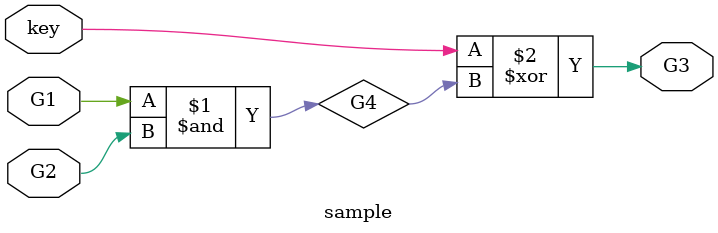
<source format=v>
`timescale 1ns / 1ps
module sample (G1,G2,G3,key);

input G1, G2, key;
output G3;

wire G4;

and AND(G4,G1,G2);
xor KeyGate(G3, key, G4);

endmodule

</source>
